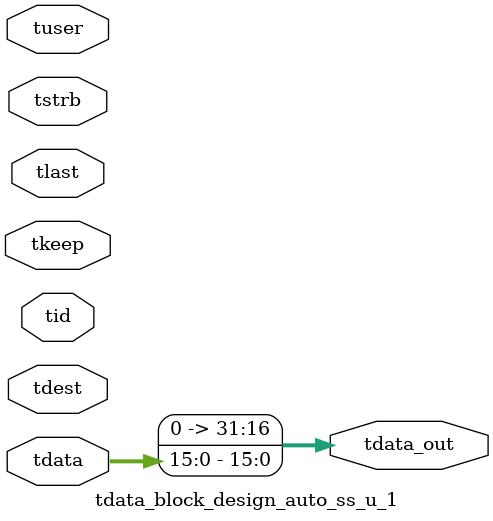
<source format=v>


`timescale 1ps/1ps

module tdata_block_design_auto_ss_u_1 #
(
parameter C_S_AXIS_TDATA_WIDTH = 32,
parameter C_S_AXIS_TUSER_WIDTH = 0,
parameter C_S_AXIS_TID_WIDTH   = 0,
parameter C_S_AXIS_TDEST_WIDTH = 0,
parameter C_M_AXIS_TDATA_WIDTH = 32
)
(
input  [(C_S_AXIS_TDATA_WIDTH == 0 ? 1 : C_S_AXIS_TDATA_WIDTH)-1:0     ] tdata,
input  [(C_S_AXIS_TUSER_WIDTH == 0 ? 1 : C_S_AXIS_TUSER_WIDTH)-1:0     ] tuser,
input  [(C_S_AXIS_TID_WIDTH   == 0 ? 1 : C_S_AXIS_TID_WIDTH)-1:0       ] tid,
input  [(C_S_AXIS_TDEST_WIDTH == 0 ? 1 : C_S_AXIS_TDEST_WIDTH)-1:0     ] tdest,
input  [(C_S_AXIS_TDATA_WIDTH/8)-1:0 ] tkeep,
input  [(C_S_AXIS_TDATA_WIDTH/8)-1:0 ] tstrb,
input                                                                    tlast,
output [C_M_AXIS_TDATA_WIDTH-1:0] tdata_out
);

assign tdata_out = {tdata[15:0]};

endmodule


</source>
